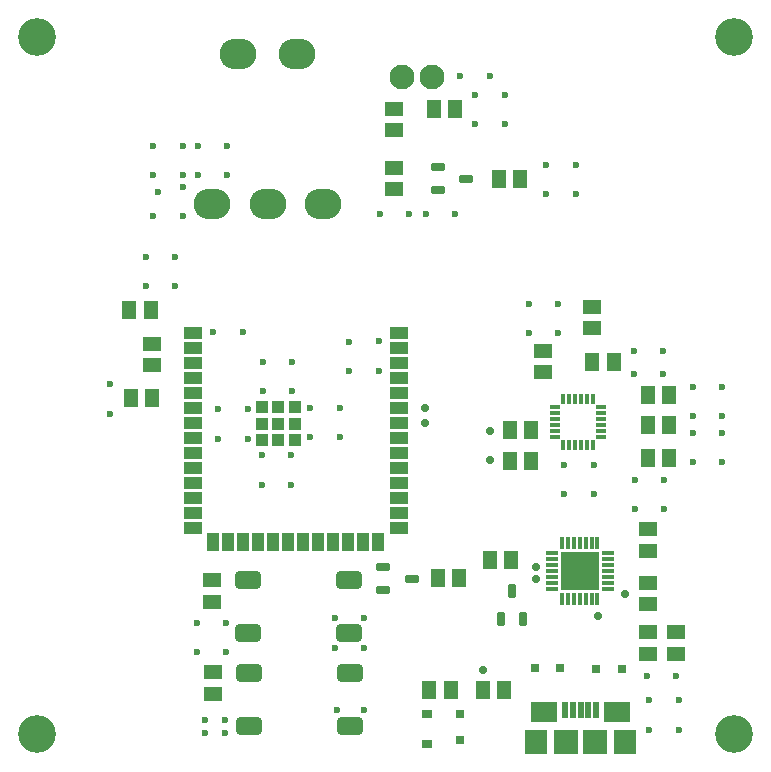
<source format=gts>
G04*
G04 #@! TF.GenerationSoftware,Altium Limited,Altium Designer,21.8.1 (53)*
G04*
G04 Layer_Color=8388736*
%FSLAX43Y43*%
%MOMM*%
G71*
G04*
G04 #@! TF.SameCoordinates,061CAFB7-BDB9-4B98-80DD-AB2B8D11B62C*
G04*
G04*
G04 #@! TF.FilePolarity,Negative*
G04*
G01*
G75*
%ADD14R,1.500X1.300*%
%ADD15R,1.300X1.500*%
G04:AMPARAMS|DCode=16|XSize=0.7mm|YSize=1.2mm|CornerRadius=0.17mm|HoleSize=0mm|Usage=FLASHONLY|Rotation=90.000|XOffset=0mm|YOffset=0mm|HoleType=Round|Shape=RoundedRectangle|*
%AMROUNDEDRECTD16*
21,1,0.700,0.860,0,0,90.0*
21,1,0.360,1.200,0,0,90.0*
1,1,0.340,0.430,0.180*
1,1,0.340,0.430,-0.180*
1,1,0.340,-0.430,-0.180*
1,1,0.340,-0.430,0.180*
%
%ADD16ROUNDEDRECTD16*%
%ADD17R,0.700X0.700*%
%ADD18R,0.700X0.700*%
%ADD19R,0.850X0.700*%
G04:AMPARAMS|DCode=20|XSize=2.2mm|YSize=1.5mm|CornerRadius=0.33mm|HoleSize=0mm|Usage=FLASHONLY|Rotation=180.000|XOffset=0mm|YOffset=0mm|HoleType=Round|Shape=RoundedRectangle|*
%AMROUNDEDRECTD20*
21,1,2.200,0.840,0,0,180.0*
21,1,1.540,1.500,0,0,180.0*
1,1,0.660,-0.770,0.420*
1,1,0.660,0.770,0.420*
1,1,0.660,0.770,-0.420*
1,1,0.660,-0.770,-0.420*
%
%ADD20ROUNDEDRECTD20*%
%ADD21R,2.000X2.000*%
%ADD22R,0.500X1.450*%
%ADD23R,2.200X1.700*%
%ADD24R,1.900X2.000*%
G04:AMPARAMS|DCode=25|XSize=0.7mm|YSize=1.2mm|CornerRadius=0.17mm|HoleSize=0mm|Usage=FLASHONLY|Rotation=180.000|XOffset=0mm|YOffset=0mm|HoleType=Round|Shape=RoundedRectangle|*
%AMROUNDEDRECTD25*
21,1,0.700,0.860,0,0,180.0*
21,1,0.360,1.200,0,0,180.0*
1,1,0.340,-0.180,0.430*
1,1,0.340,0.180,0.430*
1,1,0.340,0.180,-0.430*
1,1,0.340,-0.180,-0.430*
%
%ADD25ROUNDEDRECTD25*%
G04:AMPARAMS|DCode=26|XSize=1.07mm|YSize=0.36mm|CornerRadius=0.083mm|HoleSize=0mm|Usage=FLASHONLY|Rotation=180.000|XOffset=0mm|YOffset=0mm|HoleType=Round|Shape=RoundedRectangle|*
%AMROUNDEDRECTD26*
21,1,1.070,0.195,0,0,180.0*
21,1,0.905,0.360,0,0,180.0*
1,1,0.165,-0.453,0.098*
1,1,0.165,0.453,0.098*
1,1,0.165,0.453,-0.098*
1,1,0.165,-0.453,-0.098*
%
%ADD26ROUNDEDRECTD26*%
G04:AMPARAMS|DCode=27|XSize=1.07mm|YSize=0.36mm|CornerRadius=0.083mm|HoleSize=0mm|Usage=FLASHONLY|Rotation=90.000|XOffset=0mm|YOffset=0mm|HoleType=Round|Shape=RoundedRectangle|*
%AMROUNDEDRECTD27*
21,1,1.070,0.195,0,0,90.0*
21,1,0.905,0.360,0,0,90.0*
1,1,0.165,0.098,0.453*
1,1,0.165,0.098,-0.453*
1,1,0.165,-0.098,-0.453*
1,1,0.165,-0.098,0.453*
%
%ADD27ROUNDEDRECTD27*%
%ADD28R,3.250X3.250*%
%ADD29R,0.380X0.890*%
%ADD30R,0.890X0.380*%
%ADD31R,1.000X1.600*%
%ADD32R,1.600X1.000*%
%ADD33R,1.000X1.000*%
%ADD34C,2.100*%
%ADD35O,3.100X2.600*%
%ADD36C,0.600*%
%ADD37C,0.700*%
%ADD38C,3.200*%
D14*
X54700Y20300D02*
D03*
Y18500D02*
D03*
X33200Y55900D02*
D03*
Y54100D02*
D03*
X33200Y50900D02*
D03*
Y49100D02*
D03*
X17900Y6400D02*
D03*
Y8200D02*
D03*
X50000Y39150D02*
D03*
Y37350D02*
D03*
X45800Y35400D02*
D03*
Y33600D02*
D03*
X54700Y15800D02*
D03*
Y14000D02*
D03*
X12700Y36000D02*
D03*
Y34200D02*
D03*
X17800Y14200D02*
D03*
Y16000D02*
D03*
X57100Y9800D02*
D03*
Y11600D02*
D03*
X54700Y9800D02*
D03*
Y11600D02*
D03*
D15*
X41350Y17750D02*
D03*
X43150D02*
D03*
X38700Y16200D02*
D03*
X36900D02*
D03*
X38400Y55900D02*
D03*
X36600D02*
D03*
X42100Y50000D02*
D03*
X43900D02*
D03*
X43000Y26100D02*
D03*
X44800D02*
D03*
X43000Y28700D02*
D03*
X44800D02*
D03*
X12600Y38875D02*
D03*
X10800D02*
D03*
X10900Y31400D02*
D03*
X12700D02*
D03*
X40700Y6700D02*
D03*
X42500D02*
D03*
X38000Y6700D02*
D03*
X36200D02*
D03*
X56500Y26325D02*
D03*
X54700D02*
D03*
Y29125D02*
D03*
X56500D02*
D03*
Y31725D02*
D03*
X54700D02*
D03*
X51800Y34500D02*
D03*
X50000D02*
D03*
D16*
X39300Y50000D02*
D03*
X36900Y49050D02*
D03*
Y50950D02*
D03*
X32300Y17100D02*
D03*
Y15200D02*
D03*
X34700Y16150D02*
D03*
D17*
X38800Y2500D02*
D03*
Y4700D02*
D03*
D18*
X47300Y8600D02*
D03*
X45100D02*
D03*
X50300Y8500D02*
D03*
X52500D02*
D03*
D19*
X36000Y4670D02*
D03*
Y2130D02*
D03*
D20*
X29500Y3638D02*
D03*
Y8138D02*
D03*
X20900Y3638D02*
D03*
Y8138D02*
D03*
X20800Y16062D02*
D03*
Y11562D02*
D03*
X29400Y16062D02*
D03*
Y11562D02*
D03*
D21*
X50200Y2325D02*
D03*
X47800D02*
D03*
D22*
X48350Y5000D02*
D03*
X49650D02*
D03*
X50300D02*
D03*
X49000D02*
D03*
X47700D02*
D03*
D23*
X45900Y4875D02*
D03*
X52100D02*
D03*
D24*
X45200Y2325D02*
D03*
X52800D02*
D03*
D25*
X42250Y12700D02*
D03*
X44150D02*
D03*
X43200Y15100D02*
D03*
D26*
X51300Y15300D02*
D03*
Y15800D02*
D03*
Y16300D02*
D03*
Y16800D02*
D03*
Y17300D02*
D03*
Y17800D02*
D03*
Y18300D02*
D03*
X46560D02*
D03*
Y17800D02*
D03*
Y17300D02*
D03*
Y16800D02*
D03*
Y16300D02*
D03*
Y15800D02*
D03*
Y15300D02*
D03*
D27*
X47430Y14430D02*
D03*
X47930D02*
D03*
X48430D02*
D03*
X48930D02*
D03*
X49430D02*
D03*
X49930D02*
D03*
X50430D02*
D03*
Y19170D02*
D03*
X49930D02*
D03*
X49430D02*
D03*
X48930D02*
D03*
X48430D02*
D03*
X47930D02*
D03*
X47430D02*
D03*
D28*
X48930Y16800D02*
D03*
D29*
X47550Y27430D02*
D03*
X48050D02*
D03*
X48550D02*
D03*
X49050D02*
D03*
X49550D02*
D03*
X50050D02*
D03*
Y31370D02*
D03*
X49550D02*
D03*
X49050D02*
D03*
X48550D02*
D03*
X48050D02*
D03*
X47550D02*
D03*
D30*
X50770Y28150D02*
D03*
Y28650D02*
D03*
Y29150D02*
D03*
Y29650D02*
D03*
Y30150D02*
D03*
Y30650D02*
D03*
X46830D02*
D03*
Y30150D02*
D03*
Y29650D02*
D03*
Y29150D02*
D03*
Y28650D02*
D03*
Y28150D02*
D03*
D31*
X31885Y19200D02*
D03*
X30615D02*
D03*
X29345D02*
D03*
X28075D02*
D03*
X26805D02*
D03*
X25535D02*
D03*
X24265D02*
D03*
X22995D02*
D03*
X21725D02*
D03*
X20455D02*
D03*
X19185D02*
D03*
X17915D02*
D03*
D32*
X33650Y36960D02*
D03*
Y35690D02*
D03*
Y34420D02*
D03*
Y33150D02*
D03*
Y31880D02*
D03*
Y30610D02*
D03*
Y29340D02*
D03*
Y28070D02*
D03*
Y26800D02*
D03*
Y25530D02*
D03*
Y24260D02*
D03*
Y22990D02*
D03*
Y21720D02*
D03*
Y20450D02*
D03*
X16150D02*
D03*
Y21720D02*
D03*
Y22990D02*
D03*
Y24260D02*
D03*
Y25530D02*
D03*
Y26800D02*
D03*
Y28070D02*
D03*
Y29340D02*
D03*
Y30610D02*
D03*
Y31880D02*
D03*
Y33150D02*
D03*
Y34420D02*
D03*
Y35690D02*
D03*
Y36960D02*
D03*
D33*
X24800Y30640D02*
D03*
X23400D02*
D03*
X22000D02*
D03*
X24800Y27840D02*
D03*
X23400D02*
D03*
X22000D02*
D03*
X24800Y29240D02*
D03*
X22000D02*
D03*
X23400D02*
D03*
D34*
X36386Y58615D02*
D03*
X33886D02*
D03*
D35*
X20000Y60600D02*
D03*
X25000D02*
D03*
X27200Y47900D02*
D03*
X22500D02*
D03*
X17800D02*
D03*
D36*
X9200Y30100D02*
D03*
Y32600D02*
D03*
X12800Y50300D02*
D03*
X13260Y48840D02*
D03*
X15300Y50300D02*
D03*
X16600D02*
D03*
X17200Y3100D02*
D03*
X18900D02*
D03*
X38400Y47000D02*
D03*
X35900D02*
D03*
X12200Y40900D02*
D03*
X26100Y28100D02*
D03*
X31900Y36240D02*
D03*
Y33700D02*
D03*
X29400D02*
D03*
X24600Y34500D02*
D03*
X22100D02*
D03*
X44600Y39400D02*
D03*
X47100D02*
D03*
Y36900D02*
D03*
X48600Y51200D02*
D03*
X50100Y25800D02*
D03*
X47600D02*
D03*
Y23300D02*
D03*
X50100D02*
D03*
X38800Y58700D02*
D03*
X41300D02*
D03*
X42600Y54600D02*
D03*
X40100D02*
D03*
Y57100D02*
D03*
X42600D02*
D03*
X32000Y47000D02*
D03*
X34500D02*
D03*
X48600Y48700D02*
D03*
X46100D02*
D03*
Y51200D02*
D03*
X44600Y36900D02*
D03*
X61000Y26000D02*
D03*
X58500D02*
D03*
Y28500D02*
D03*
X61000D02*
D03*
Y29900D02*
D03*
X58500D02*
D03*
Y32400D02*
D03*
X61000D02*
D03*
X56100Y22000D02*
D03*
X53600D02*
D03*
Y24500D02*
D03*
X56100D02*
D03*
X30700Y10300D02*
D03*
X28200D02*
D03*
Y12800D02*
D03*
X30700D02*
D03*
X28400Y5000D02*
D03*
X30700D02*
D03*
X29400Y36200D02*
D03*
X20800Y28000D02*
D03*
X18300D02*
D03*
Y30500D02*
D03*
X20800D02*
D03*
X28600Y28100D02*
D03*
X26100Y30600D02*
D03*
X28600D02*
D03*
X24500Y24100D02*
D03*
X22000D02*
D03*
Y26600D02*
D03*
X24500D02*
D03*
X24600Y32000D02*
D03*
X22100D02*
D03*
X17900Y37000D02*
D03*
X20400D02*
D03*
X12800Y52800D02*
D03*
X15300D02*
D03*
X19100Y50300D02*
D03*
X16600Y52800D02*
D03*
X19100D02*
D03*
X15300Y46800D02*
D03*
X12800D02*
D03*
X15300Y49300D02*
D03*
X14700Y40900D02*
D03*
X12200Y43400D02*
D03*
X14700D02*
D03*
X17200Y4200D02*
D03*
X18900D02*
D03*
X16500Y9900D02*
D03*
X19000D02*
D03*
Y12400D02*
D03*
X16500D02*
D03*
X54600Y7900D02*
D03*
X57100D02*
D03*
X57300Y3300D02*
D03*
X54800D02*
D03*
X57300Y5900D02*
D03*
X54800D02*
D03*
X53500Y35400D02*
D03*
X56000D02*
D03*
X53500Y33500D02*
D03*
X56000D02*
D03*
D37*
X41300Y28600D02*
D03*
X50500Y13000D02*
D03*
X41300Y26200D02*
D03*
X52724Y14824D02*
D03*
X40700Y8400D02*
D03*
X45200Y17100D02*
D03*
Y16100D02*
D03*
X35800Y30600D02*
D03*
Y29300D02*
D03*
D38*
X62000Y62000D02*
D03*
X3000D02*
D03*
X62000Y3000D02*
D03*
X3000D02*
D03*
M02*

</source>
